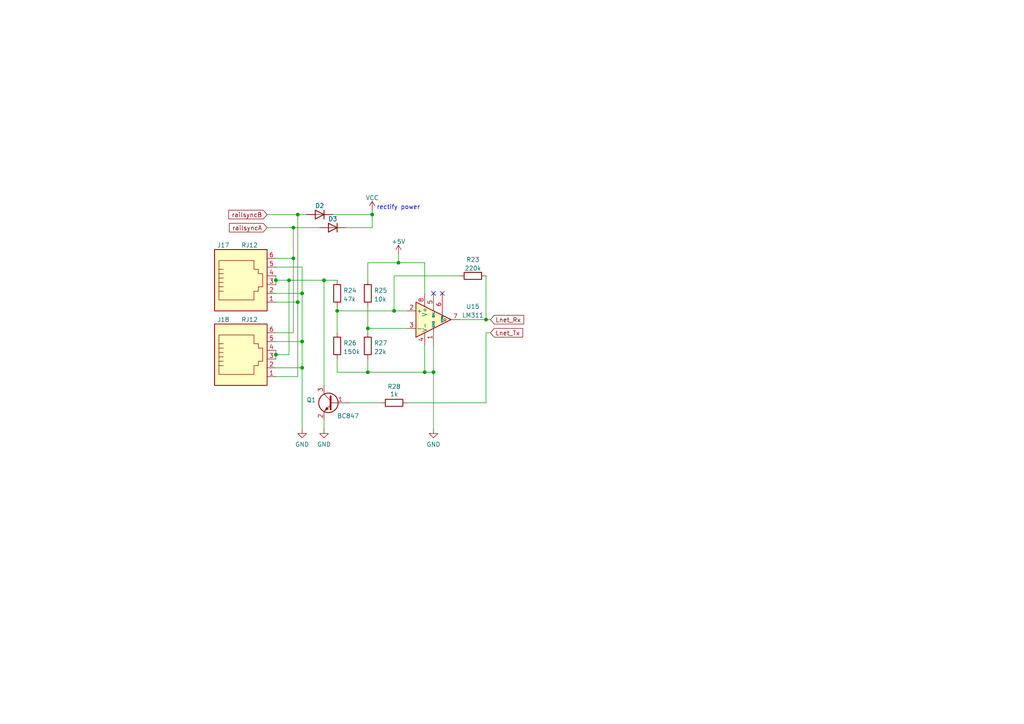
<source format=kicad_sch>
(kicad_sch (version 20211123) (generator eeschema)
  (paper "A4")
  (lib_symbols
    (symbol "Comparator:LM311" (pin_names (offset 0.127))
      (property "Reference" "U" (at 3.81 6.35 0))
      (property "Value" "LM311" (at 3.81 3.81 0))
      (symbol "LM311_0_1"
        (polyline (pts (xy 5.08 0) (xy -5.08 5.08) (xy -5.08 -5.08) (xy 5.08 0)) (stroke (width 0.254)) (fill (type background)))
        (polyline (pts (xy 3.683 -0.381) (xy 3.302 -0.381) (xy 3.683 0) (xy 3.302 0.381) (xy 2.921 0) (xy 3.302 -0.381) (xy 2.921 -0.381)) (stroke (width 0.127)))
      )
      (symbol "LM311_1_1"
        (pin passive line (at 0 -7.62 90) (length 5.08) (name "GND") (number "1"))
        (pin input line (at -7.62 2.54 0) (length 2.54) (name "+") (number "2"))
        (pin input line (at -7.62 -2.54 0) (length 2.54) (name "-") (number "3"))
        (pin power_in line (at -2.54 -7.62 90) (length 3.81) (name "V-") (number "4"))
        (pin input line (at 0 7.62 270) (length 5.08) (name "BAL") (number "5"))
        (pin input line (at 2.54 7.62 270) (length 6.35) (name "STRB") (number "6"))
        (pin open_collector line (at 7.62 0 180) (length 2.54) (name "~") (number "7"))
        (pin power_in line (at -2.54 7.62 270) (length 3.81) (name "V+") (number "8"))
      )
    )
    (symbol "Connector:RJ12" (pin_names (offset 1.016))
      (property "Reference" "J" (at -5.08 11.43 0))
      (property "Value" "RJ12" (at 2.54 11.43 0))
      (symbol "RJ12_0_1"
        (polyline (pts (xy -6.35 -1.905) (xy -5.08 -1.905) (xy -5.08 -1.905)))
        (polyline (pts (xy -6.35 -0.635) (xy -5.08 -0.635) (xy -5.08 -0.635)))
        (polyline (pts (xy -6.35 0.635) (xy -5.08 0.635) (xy -5.08 0.635)))
        (polyline (pts (xy -6.35 1.905) (xy -5.08 1.905) (xy -5.08 1.905)))
        (polyline (pts (xy -6.35 3.175) (xy -5.08 3.175) (xy -5.08 3.175)))
        (polyline (pts (xy -5.08 4.445) (xy -6.35 4.445) (xy -6.35 4.445)))
        (polyline (pts (xy -6.35 -4.445) (xy -6.35 6.985) (xy 3.81 6.985) (xy 3.81 4.445) (xy 5.08 4.445) (xy 5.08 3.175) (xy 6.35 3.175) (xy 6.35 -0.635) (xy 5.08 -0.635) (xy 5.08 -1.905) (xy 3.81 -1.905) (xy 3.81 -4.445) (xy -6.35 -4.445) (xy -6.35 -4.445)))
        (rectangle (start 7.62 10.16) (end -7.62 -7.62) (stroke (width 0.254)) (fill (type background)))
      )
      (symbol "RJ12_1_1"
        (pin passive line (at 10.16 -5.08 180) (length 2.54) (name "~") (number "1"))
        (pin passive line (at 10.16 -2.54 180) (length 2.54) (name "~") (number "2"))
        (pin passive line (at 10.16 0 180) (length 2.54) (name "~") (number "3"))
        (pin passive line (at 10.16 2.54 180) (length 2.54) (name "~") (number "4"))
        (pin passive line (at 10.16 5.08 180) (length 2.54) (name "~") (number "5"))
        (pin passive line (at 10.16 7.62 180) (length 2.54) (name "~") (number "6"))
      )
    )
    (symbol "Device:D" (pin_numbers hide) (pin_names (offset 1.016) hide)
      (property "Reference" "D" (at 0 2.54 0))
      (property "Value" "D" (at 0 -2.54 0))
      (symbol "D_0_1"
        (polyline (pts (xy -1.27 1.27) (xy -1.27 -1.27)) (stroke (width 0.254)))
        (polyline (pts (xy 1.27 0) (xy -1.27 0)))
        (polyline (pts (xy 1.27 1.27) (xy 1.27 -1.27) (xy -1.27 0) (xy 1.27 1.27)) (stroke (width 0.254)))
      )
      (symbol "D_1_1"
        (pin passive line (at -3.81 0 0) (length 2.54) (name "K") (number "1"))
        (pin passive line (at 3.81 0 180) (length 2.54) (name "A") (number "2"))
      )
    )
    (symbol "Device:R" (pin_numbers hide) (pin_names (offset 0))
      (property "Reference" "R" (at 2.032 0 90))
      (property "Value" "R" (at 0 0 90))
      (symbol "R_0_1"
        (rectangle (start -1.016 -2.54) (end 1.016 2.54) (stroke (width 0.254)))
      )
      (symbol "R_1_1"
        (pin passive line (at 0 3.81 270) (length 1.27) (name "~") (number "1"))
        (pin passive line (at 0 -3.81 90) (length 1.27) (name "~") (number "2"))
      )
    )
    (symbol "Transistor_BJT:BC847" (pin_names (offset 0) hide)
      (property "Reference" "Q" (at 5.08 1.905 0))
      (property "Value" "BC847" (at 5.08 0 0))
      (symbol "BC847_0_1"
        (polyline (pts (xy 0.635 0.635) (xy 2.54 2.54)))
        (polyline (pts (xy 0.635 -0.635) (xy 2.54 -2.54) (xy 2.54 -2.54)))
        (polyline (pts (xy 0.635 1.905) (xy 0.635 -1.905) (xy 0.635 -1.905)) (stroke (width 0.508)))
        (polyline (pts (xy 1.27 -1.778) (xy 1.778 -1.27) (xy 2.286 -2.286) (xy 1.27 -1.778) (xy 1.27 -1.778)) (fill (type outline)))
        (circle (center 1.27 0) (radius 2.8194) (stroke (width 0.254)))
      )
      (symbol "BC847_1_1"
        (pin input line (at -5.08 0 0) (length 5.715) (name "B") (number "1"))
        (pin passive line (at 2.54 -5.08 90) (length 2.54) (name "E") (number "2"))
        (pin passive line (at 2.54 5.08 270) (length 2.54) (name "C") (number "3"))
      )
    )
    (symbol "power:+5V" (power) (pin_names (offset 0))
      (property "Value" "+5V" (at 0 3.556 0))
      (symbol "+5V_0_1"
        (polyline (pts (xy -0.762 1.27) (xy 0 2.54)))
        (polyline (pts (xy 0 0) (xy 0 2.54)))
        (polyline (pts (xy 0 2.54) (xy 0.762 1.27)))
      )
      (symbol "+5V_1_1"
        (pin power_in line (at 0 0 90) (length 0) hide (name "+5V") (number "1"))
      )
    )
    (symbol "power:GND" (power) (pin_names (offset 0))
      (property "Value" "GND" (at 0 -3.81 0))
      (symbol "GND_0_1"
        (polyline (pts (xy 0 0) (xy 0 -1.27) (xy 1.27 -1.27) (xy 0 -2.54) (xy -1.27 -1.27) (xy 0 -1.27)))
      )
      (symbol "GND_1_1"
        (pin power_in line (at 0 0 270) (length 0) hide (name "GND") (number "1"))
      )
    )
    (symbol "power:VCC" (power) (pin_names (offset 0))
      (property "Value" "VCC" (at 0 3.81 0))
      (symbol "VCC_0_1"
        (polyline (pts (xy -0.762 1.27) (xy 0 2.54)))
        (polyline (pts (xy 0 0) (xy 0 2.54)))
        (polyline (pts (xy 0 2.54) (xy 0.762 1.27)))
      )
      (symbol "VCC_1_1"
        (pin power_in line (at 0 0 90) (length 0) hide (name "VCC") (number "1"))
      )
    )
  )
  (junction (at 87.63 85.09))
  (junction (at 123.19 107.95))
  (junction (at 115.57 76.2))
  (junction (at 140.97 92.71))
  (junction (at 80.01 102.87))
  (junction (at 114.3 90.17))
  (junction (at 86.36 87.63))
  (junction (at 85.09 66.04))
  (junction (at 107.95 62.23))
  (junction (at 106.68 107.95))
  (junction (at 87.63 106.68))
  (junction (at 85.09 74.93))
  (junction (at 83.82 81.28))
  (junction (at 86.36 62.23))
  (junction (at 87.63 99.06))
  (junction (at 106.68 95.25))
  (junction (at 125.73 107.95))
  (junction (at 93.98 81.28))
  (junction (at 80.01 81.28))
  (junction (at 97.79 90.17))
  (no_connect (at 128.27 85.09))
  (no_connect (at 125.73 85.09))
  (wire (pts (xy 80.01 106.68) (xy 87.63 106.68)))
  (wire (pts (xy 97.79 107.95) (xy 106.68 107.95)))
  (wire (pts (xy 97.79 90.17) (xy 114.3 90.17)))
  (wire (pts (xy 87.63 85.09) (xy 87.63 77.47)))
  (wire (pts (xy 107.95 60.96) (xy 107.95 62.23)))
  (wire (pts (xy 115.57 76.2) (xy 115.57 73.66)))
  (wire (pts (xy 106.68 95.25) (xy 106.68 96.52)))
  (wire (pts (xy 106.68 107.95) (xy 123.19 107.95)))
  (wire (pts (xy 106.68 76.2) (xy 106.68 81.28)))
  (wire (pts (xy 80.01 102.87) (xy 83.82 102.87)))
  (wire (pts (xy 123.19 85.09) (xy 123.19 76.2)))
  (wire (pts (xy 118.11 90.17) (xy 114.3 90.17)))
  (wire (pts (xy 93.98 81.28) (xy 97.79 81.28)))
  (wire (pts (xy 123.19 107.95) (xy 123.19 100.33)))
  (wire (pts (xy 97.79 88.9) (xy 97.79 90.17)))
  (wire (pts (xy 114.3 90.17) (xy 114.3 80.01)))
  (wire (pts (xy 80.01 81.28) (xy 80.01 82.55)))
  (wire (pts (xy 140.97 92.71) (xy 133.35 92.71)))
  (wire (pts (xy 93.98 81.28) (xy 93.98 111.76)))
  (wire (pts (xy 114.3 80.01) (xy 133.35 80.01)))
  (wire (pts (xy 87.63 85.09) (xy 87.63 99.06)))
  (wire (pts (xy 83.82 81.28) (xy 93.98 81.28)))
  (wire (pts (xy 85.09 66.04) (xy 92.71 66.04)))
  (wire (pts (xy 140.97 96.52) (xy 140.97 116.84)))
  (wire (pts (xy 80.01 87.63) (xy 86.36 87.63)))
  (wire (pts (xy 96.52 62.23) (xy 107.95 62.23)))
  (wire (pts (xy 87.63 106.68) (xy 87.63 124.46)))
  (wire (pts (xy 77.47 62.23) (xy 86.36 62.23)))
  (wire (pts (xy 86.36 62.23) (xy 88.9 62.23)))
  (wire (pts (xy 107.95 62.23) (xy 107.95 66.04)))
  (wire (pts (xy 85.09 66.04) (xy 85.09 74.93)))
  (wire (pts (xy 140.97 92.71) (xy 142.24 92.71)))
  (wire (pts (xy 80.01 102.87) (xy 80.01 104.14)))
  (wire (pts (xy 106.68 76.2) (xy 115.57 76.2)))
  (wire (pts (xy 125.73 124.46) (xy 125.73 107.95)))
  (wire (pts (xy 80.01 85.09) (xy 87.63 85.09)))
  (wire (pts (xy 118.11 116.84) (xy 140.97 116.84)))
  (wire (pts (xy 106.68 88.9) (xy 106.68 95.25)))
  (wire (pts (xy 107.95 66.04) (xy 100.33 66.04)))
  (wire (pts (xy 87.63 106.68) (xy 87.63 99.06)))
  (wire (pts (xy 80.01 101.6) (xy 80.01 102.87)))
  (wire (pts (xy 123.19 107.95) (xy 125.73 107.95)))
  (wire (pts (xy 123.19 76.2) (xy 115.57 76.2)))
  (wire (pts (xy 80.01 80.01) (xy 80.01 81.28)))
  (wire (pts (xy 80.01 74.93) (xy 85.09 74.93)))
  (wire (pts (xy 106.68 107.95) (xy 106.68 104.14)))
  (wire (pts (xy 77.47 66.04) (xy 85.09 66.04)))
  (wire (pts (xy 125.73 107.95) (xy 125.73 100.33)))
  (wire (pts (xy 140.97 80.01) (xy 140.97 92.71)))
  (wire (pts (xy 83.82 81.28) (xy 83.82 102.87)))
  (wire (pts (xy 80.01 81.28) (xy 83.82 81.28)))
  (wire (pts (xy 142.24 96.52) (xy 140.97 96.52)))
  (wire (pts (xy 86.36 62.23) (xy 86.36 87.63)))
  (wire (pts (xy 80.01 109.22) (xy 86.36 109.22)))
  (wire (pts (xy 106.68 95.25) (xy 118.11 95.25)))
  (wire (pts (xy 80.01 96.52) (xy 85.09 96.52)))
  (wire (pts (xy 86.36 87.63) (xy 86.36 109.22)))
  (wire (pts (xy 85.09 74.93) (xy 85.09 96.52)))
  (wire (pts (xy 80.01 99.06) (xy 87.63 99.06)))
  (wire (pts (xy 97.79 90.17) (xy 97.79 96.52)))
  (wire (pts (xy 97.79 104.14) (xy 97.79 107.95)))
  (wire (pts (xy 93.98 121.92) (xy 93.98 124.46)))
  (wire (pts (xy 101.6 116.84) (xy 110.49 116.84)))
  (wire (pts (xy 87.63 77.47) (xy 80.01 77.47)))
  (text "rectify power" (at 109.22 60.96 0) (effects (font (size 1.27 1.27)) (justify left bottom)))
  (global_label "railsyncA" (shape input) (at 77.47 66.04 180) (property "Intersheet References" "${INTERSHEET_REFS}" (effects hide)))
  (global_label "Lnet_Rx" (shape input) (at 142.24 92.71 0) (property "Intersheet References" "${INTERSHEET_REFS}" (effects hide)))
  (global_label "railsyncB" (shape input) (at 77.47 62.23 180) (property "Intersheet References" "${INTERSHEET_REFS}" (effects hide)))
  (global_label "Lnet_Tx" (shape input) (at 142.24 96.52 0) (property "Intersheet References" "${INTERSHEET_REFS}" (effects hide)))
  (symbol (lib_id "Device:R") (at 106.68 100.33 180) (unit 1)
    (property "Reference" "R27" (at 108.458 99.4953 0) (effects (justify right)))
    (property "Value" "22k" (at 108.458 102.0322 0) (effects (justify right)))
    (property "Footprint" "Resistor_SMD:R_0805_2012Metric_Pad1.20x1.40mm_HandSolder" (effects hide))
    (property "JLCPCB Part#" "C17560" (effects hide))
  )
  (symbol (lib_id "power:GND") (at 93.98 124.46 0) (unit 1)
    (property "Reference" "#PWR037" (effects hide))
    (property "Value" "GND" (at 93.98 128.9034 0))
  )
  (symbol (lib_id "power:GND") (at 87.63 124.46 0) (unit 1)
    (property "Reference" "#PWR036" (effects hide))
    (property "Value" "GND" (at 87.63 128.9034 0))
  )
  (symbol (lib_id "Device:R") (at 114.3 116.84 90) (unit 1)
    (property "Reference" "R28" (at 114.3 112.1242 90))
    (property "Value" "1k" (at 114.3 114.3 90))
    (property "Footprint" "Resistor_SMD:R_0603_1608Metric_Pad0.98x0.95mm_HandSolder" (effects hide))
    (property "JLCPCB Part#" "C21190" (effects hide))
  )
  (symbol (lib_id "power:+5V") (at 115.57 73.66 0) (unit 1)
    (property "Reference" "#PWR0102" (effects hide))
    (property "Value" "+5V" (at 115.57 70.0842 0))
  )
  (symbol (lib_id "Device:D") (at 96.52 66.04 180) (unit 1)
    (property "Reference" "D3" (at 96.52 63.5 0))
    (property "Value" "D" (effects hide))
    (property "Footprint" "Diode_SMD:D_SOD-323" (effects hide))
    (property "JLCPCB Part#" "C2128" (effects hide))
  )
  (symbol (lib_id "Device:R") (at 137.16 80.01 90) (unit 1)
    (property "Reference" "R23" (at 137.16 75.2942 90))
    (property "Value" "220k" (at 137.16 77.8311 90))
    (property "Footprint" "Resistor_SMD:R_0805_2012Metric_Pad1.20x1.40mm_HandSolder" (effects hide))
    (property "JLCPCB Part#" "C17556" (effects hide))
  )
  (symbol (lib_id "power:VCC") (at 107.95 60.96 0) (unit 1)
    (property "Reference" "#PWR0103" (effects hide))
    (property "Value" "VCC" (at 107.95 57.3842 0))
  )
  (symbol (lib_id "Comparator:LM311") (at 125.73 92.71 0) (unit 1)
    (property "Reference" "U15" (at 137.16 88.9 0))
    (property "Value" "LM311" (at 137.16 91.44 0))
    (property "Footprint" "Package_SO:SOIC-8_3.9x4.9mm_P1.27mm" (effects hide))
    (property "Datasheet" "https://www.st.com/resource/en/datasheet/lm311.pdf" (effects hide))
    (property "JLCPCB Part#" "C434495" (effects hide))
  )
  (symbol (lib_id "Connector:RJ12") (at 69.85 82.55 0) (unit 1)
    (property "Reference" "J17" (at 64.77 71.12 0))
    (property "Value" "RJ12" (at 72.39 71.12 0))
    (property "Footprint" "Connector_RJ:RJ12_Amphenol_54601" (effects hide))
    (property "JLCPCB Part#" "C77859" (effects hide))
  )
  (symbol (lib_id "Device:D") (at 92.71 62.23 180) (unit 1)
    (property "Reference" "D2" (at 92.71 59.69 0))
    (property "Value" "D" (effects hide))
    (property "Footprint" "Diode_SMD:D_SOD-323" (effects hide))
    (property "JLCPCB Part#" "C2128" (effects hide))
  )
  (symbol (lib_id "Device:R") (at 106.68 85.09 180) (unit 1)
    (property "Reference" "R25" (at 108.458 84.2553 0) (effects (justify right)))
    (property "Value" "10k" (at 108.458 86.7922 0) (effects (justify right)))
    (property "Footprint" "Resistor_SMD:R_0805_2012Metric_Pad1.20x1.40mm_HandSolder" (effects hide))
    (property "JLCPCB Part#" "C17414" (effects hide))
  )
  (symbol (lib_id "Connector:RJ12") (at 69.85 104.14 0) (unit 1)
    (property "Reference" "J18" (at 64.77 92.71 0))
    (property "Value" "RJ12" (at 72.39 92.71 0))
    (property "Footprint" "Connector_RJ:RJ12_Amphenol_54601" (effects hide))
    (property "JLCPCB Part#" "C77859" (effects hide))
  )
  (symbol (lib_id "Device:R") (at 97.79 85.09 180) (unit 1)
    (property "Reference" "R24" (at 99.568 84.2553 0) (effects (justify right)))
    (property "Value" "47k" (at 99.568 86.7922 0) (effects (justify right)))
    (property "Footprint" "Resistor_SMD:R_0805_2012Metric_Pad1.20x1.40mm_HandSolder" (effects hide))
    (property "JLCPCB Part#" "C17713" (effects hide))
  )
  (symbol (lib_id "Transistor_BJT:BC847") (at 96.52 116.84 0) (mirror y) (unit 1)
    (property "Reference" "Q1" (at 91.6686 116.0053 0) (effects (justify left)))
    (property "Value" "BC847" (at 104.14 120.65 0) (effects (justify left)))
    (property "Footprint" "Package_TO_SOT_SMD:SOT-23" (effects hide))
    (property "Datasheet" "http://www.infineon.com/dgdl/Infineon-BC847SERIES_BC848SERIES_BC849SERIES_BC850SERIES-DS-v01_01-en.pdf?fileId=db3a304314dca389011541d4630a1657" (effects hide))
    (property "JLCPCB Part#" "C181140" (effects hide))
  )
  (symbol (lib_id "power:GND") (at 125.73 124.46 0) (unit 1)
    (property "Reference" "#PWR038" (effects hide))
    (property "Value" "GND" (at 125.73 128.9034 0))
  )
  (symbol (lib_id "Device:R") (at 97.79 100.33 180) (unit 1)
    (property "Reference" "R26" (at 99.568 99.4953 0) (effects (justify right)))
    (property "Value" "150k" (at 99.568 102.0322 0) (effects (justify right)))
    (property "Footprint" "Resistor_SMD:R_0805_2012Metric_Pad1.20x1.40mm_HandSolder" (effects hide))
    (property "JLCPCB Part#" "C17470" (effects hide))
  )
)
</source>
